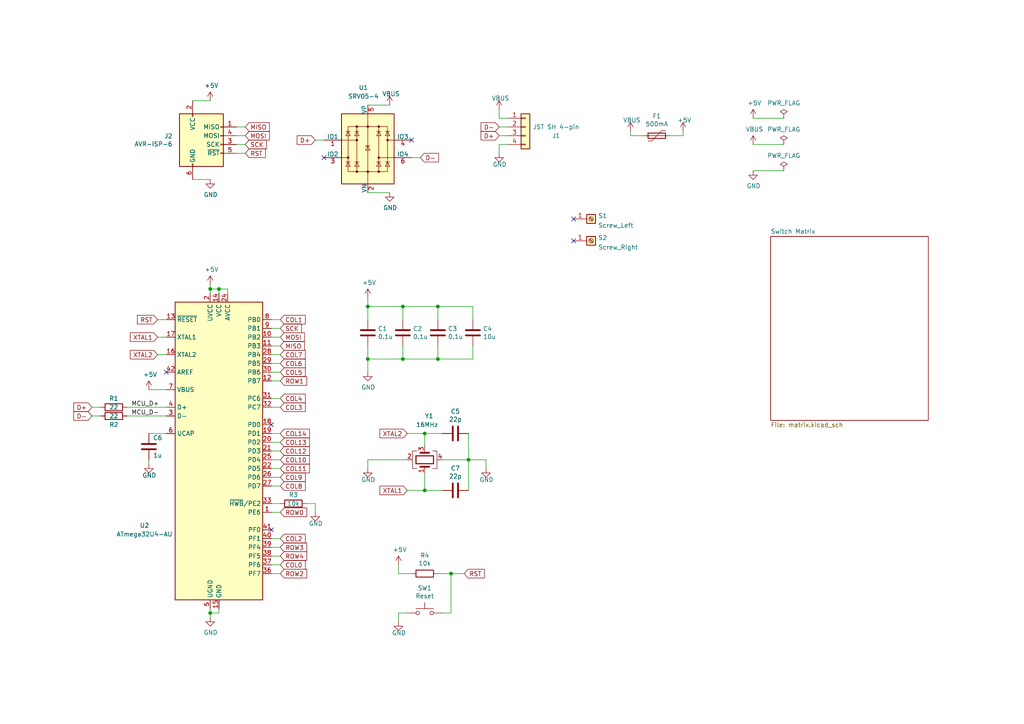
<source format=kicad_sch>
(kicad_sch (version 20210621) (generator eeschema)
  (paper "A4")
  (title_block (title "Bakeneko 60 V3") (date "2020-08-01") (rev "1") (comment 1 "Copyright © 2020 kkatano") (comment 2 "MIT License"))
  (lib_symbols
    (symbol "Connector:AVR-ISP-6" (pin_names (offset 1.016))
      (property "Reference" "J" (at 0 10.16 0))
      (property "Value" "Connector_AVR-ISP-6" (at 0 -7.62 0))
      (symbol "AVR-ISP-6_0_1"
        (rectangle (start -2.667 -5.588) (end -2.413 -6.35))
        (rectangle (start -2.667 8.89) (end -2.413 8.128))
        (rectangle (start 6.35 -2.413) (end 5.588 -2.667))
        (rectangle (start 6.35 0.127) (end 5.588 -0.127))
        (rectangle (start 6.35 2.667) (end 5.588 2.413))
        (rectangle (start 6.35 5.207) (end 5.588 4.953))
        (rectangle (start 6.35 8.89) (end -6.35 -6.35) (stroke (width 0.254)) (fill (type background)))
      )
      (symbol "AVR-ISP-6_1_1"
        (pin passive line (at 10.16 5.08 180) (length 3.81) (name "MISO") (number "1"))
        (pin power_in line (at -2.54 12.7 270) (length 3.81) (name "VCC") (number "2"))
        (pin passive line (at 10.16 0 180) (length 3.81) (name "SCK") (number "3"))
        (pin passive line (at 10.16 2.54 180) (length 3.81) (name "MOSI") (number "4"))
        (pin passive line (at 10.16 -2.54 180) (length 3.81) (name "~{RST}") (number "5"))
        (pin power_in line (at -2.54 -10.16 90) (length 3.81) (name "GND") (number "6"))
      )
    )
    (symbol "Connector:Screw_Terminal_01x01" (pin_names (offset 1.016) hide)
      (property "Reference" "J" (at 0 2.54 0))
      (property "Value" "Screw_Terminal_01x01" (at 0 -2.54 0))
      (symbol "Screw_Terminal_01x01_1_1"
        (rectangle (start -1.27 1.27) (end 1.27 -1.27) (stroke (width 0.254)) (fill (type background)))
        (polyline (pts (xy -0.5334 0.3302) (xy 0.3302 -0.508)) (stroke (width 0.1524)))
        (polyline (pts (xy -0.3556 0.508) (xy 0.508 -0.3302)) (stroke (width 0.1524)))
        (circle (center 0 0) (radius 0.635) (stroke (width 0.1524)))
        (pin passive line (at -5.08 0 0) (length 3.81) (name "Pin_1") (number "1"))
      )
    )
    (symbol "Connector_Generic:Conn_01x04" (pin_names (offset 1.016) hide)
      (property "Reference" "J" (at 0 5.08 0))
      (property "Value" "Connector_Generic_Conn_01x04" (at 0 -7.62 0))
      (symbol "Conn_01x04_1_1"
        (rectangle (start -1.27 -4.953) (end 0 -5.207) (stroke (width 0.1524)))
        (rectangle (start -1.27 -2.413) (end 0 -2.667) (stroke (width 0.1524)))
        (rectangle (start -1.27 0.127) (end 0 -0.127) (stroke (width 0.1524)))
        (rectangle (start -1.27 2.667) (end 0 2.413) (stroke (width 0.1524)))
        (rectangle (start -1.27 3.81) (end 1.27 -6.35) (stroke (width 0.254)) (fill (type background)))
        (pin passive line (at -5.08 2.54 0) (length 3.81) (name "Pin_1") (number "1"))
        (pin passive line (at -5.08 0 0) (length 3.81) (name "Pin_2") (number "2"))
        (pin passive line (at -5.08 -2.54 0) (length 3.81) (name "Pin_3") (number "3"))
        (pin passive line (at -5.08 -5.08 0) (length 3.81) (name "Pin_4") (number "4"))
      )
    )
    (symbol "Device:C" (pin_numbers hide) (pin_names (offset 0.254))
      (property "Reference" "C" (at 0.635 2.54 0))
      (property "Value" "Device_C" (at 0.635 -2.54 0))
      (symbol "C_0_1"
        (polyline (pts (xy -2.032 -0.762) (xy 2.032 -0.762)) (stroke (width 0.508)))
        (polyline (pts (xy -2.032 0.762) (xy 2.032 0.762)) (stroke (width 0.508)))
      )
      (symbol "C_1_1"
        (pin passive line (at 0 3.81 270) (length 2.794) (name "~") (number "1"))
        (pin passive line (at 0 -3.81 90) (length 2.794) (name "~") (number "2"))
      )
    )
    (symbol "Device:Crystal_GND24" (pin_names (offset 1.016) hide)
      (property "Reference" "Y" (at 3.175 5.08 0))
      (property "Value" "Device_Crystal_GND24" (at 3.175 3.175 0))
      (symbol "Crystal_GND24_0_1"
        (rectangle (start -1.143 2.54) (end 1.143 -2.54) (stroke (width 0.3048)))
        (polyline (pts (xy -2.54 0) (xy -2.032 0)))
        (polyline (pts (xy -2.032 -1.27) (xy -2.032 1.27)) (stroke (width 0.508)))
        (polyline (pts (xy 0 -3.81) (xy 0 -3.556)))
        (polyline (pts (xy 0 3.556) (xy 0 3.81)))
        (polyline (pts (xy 2.032 -1.27) (xy 2.032 1.27)) (stroke (width 0.508)))
        (polyline (pts (xy 2.032 0) (xy 2.54 0)))
        (polyline (pts (xy -2.54 -2.286) (xy -2.54 -3.556) (xy 2.54 -3.556) (xy 2.54 -2.286)))
        (polyline (pts (xy -2.54 2.286) (xy -2.54 3.556) (xy 2.54 3.556) (xy 2.54 2.286)))
      )
      (symbol "Crystal_GND24_1_1"
        (pin passive line (at -3.81 0 0) (length 1.27) (name "1") (number "1"))
        (pin passive line (at 0 5.08 270) (length 1.27) (name "2") (number "2"))
        (pin passive line (at 3.81 0 180) (length 1.27) (name "3") (number "3"))
        (pin passive line (at 0 -5.08 90) (length 1.27) (name "4") (number "4"))
      )
    )
    (symbol "Device:Polyfuse" (pin_numbers hide) (pin_names (offset 0))
      (property "Reference" "F" (at -2.54 0 90))
      (property "Value" "Device_Polyfuse" (at 2.54 0 90))
      (symbol "Polyfuse_0_1"
        (rectangle (start -0.762 2.54) (end 0.762 -2.54) (stroke (width 0.254)))
        (polyline (pts (xy 0 2.54) (xy 0 -2.54)))
        (polyline (pts (xy -1.524 2.54) (xy -1.524 1.524) (xy 1.524 -1.524) (xy 1.524 -2.54)))
      )
      (symbol "Polyfuse_1_1"
        (pin passive line (at 0 3.81 270) (length 1.27) (name "~") (number "1"))
        (pin passive line (at 0 -3.81 90) (length 1.27) (name "~") (number "2"))
      )
    )
    (symbol "Device:R" (pin_numbers hide) (pin_names (offset 0))
      (property "Reference" "R" (at 2.032 0 90))
      (property "Value" "Device_R" (at 0 0 90))
      (symbol "R_0_1"
        (rectangle (start -1.016 -2.54) (end 1.016 2.54) (stroke (width 0.254)))
      )
      (symbol "R_1_1"
        (pin passive line (at 0 3.81 270) (length 1.27) (name "~") (number "1"))
        (pin passive line (at 0 -3.81 90) (length 1.27) (name "~") (number "2"))
      )
    )
    (symbol "MCU_Microchip_ATmega:ATmega32U4-AU"
      (property "Reference" "U" (at -12.7 44.45 0))
      (property "Value" "MCU_Microchip_ATmega_ATmega32U4-AU" (at 2.54 -44.45 0))
      (symbol "ATmega32U4-AU_0_1"
        (rectangle (start -12.7 -43.18) (end 12.7 43.18) (stroke (width 0.254)) (fill (type background)))
      )
      (symbol "ATmega32U4-AU_1_1"
        (pin tri_state line (at 15.24 -17.78 180) (length 2.54) (name "PE6") (number "1"))
        (pin tri_state line (at 15.24 33.02 180) (length 2.54) (name "PB2") (number "10"))
        (pin tri_state line (at 15.24 30.48 180) (length 2.54) (name "PB3") (number "11"))
        (pin tri_state line (at 15.24 20.32 180) (length 2.54) (name "PB7") (number "12"))
        (pin input line (at -15.24 38.1 0) (length 2.54) (name "~{RESET}") (number "13"))
        (pin power_in line (at 0 45.72 270) (length 2.54) (name "VCC") (number "14"))
        (pin power_in line (at 0 -45.72 90) (length 2.54) (name "GND") (number "15"))
        (pin output line (at -15.24 27.94 0) (length 2.54) (name "XTAL2") (number "16"))
        (pin input line (at -15.24 33.02 0) (length 2.54) (name "XTAL1") (number "17"))
        (pin tri_state line (at 15.24 7.62 180) (length 2.54) (name "PD0") (number "18"))
        (pin tri_state line (at 15.24 5.08 180) (length 2.54) (name "PD1") (number "19"))
        (pin power_in line (at -2.54 45.72 270) (length 2.54) (name "UVCC") (number "2"))
        (pin tri_state line (at 15.24 2.54 180) (length 2.54) (name "PD2") (number "20"))
        (pin tri_state line (at 15.24 0 180) (length 2.54) (name "PD3") (number "21"))
        (pin tri_state line (at 15.24 -5.08 180) (length 2.54) (name "PD5") (number "22"))
        (pin passive line (at 0 -45.72 90) (length 2.54) hide (name "GND") (number "23"))
        (pin power_in line (at 2.54 45.72 270) (length 2.54) (name "AVCC") (number "24"))
        (pin tri_state line (at 15.24 -2.54 180) (length 2.54) (name "PD4") (number "25"))
        (pin tri_state line (at 15.24 -7.62 180) (length 2.54) (name "PD6") (number "26"))
        (pin tri_state line (at 15.24 -10.16 180) (length 2.54) (name "PD7") (number "27"))
        (pin tri_state line (at 15.24 27.94 180) (length 2.54) (name "PB4") (number "28"))
        (pin tri_state line (at 15.24 25.4 180) (length 2.54) (name "PB5") (number "29"))
        (pin bidirectional line (at -15.24 10.16 0) (length 2.54) (name "D-") (number "3"))
        (pin tri_state line (at 15.24 22.86 180) (length 2.54) (name "PB6") (number "30"))
        (pin tri_state line (at 15.24 15.24 180) (length 2.54) (name "PC6") (number "31"))
        (pin tri_state line (at 15.24 12.7 180) (length 2.54) (name "PC7") (number "32"))
        (pin tri_state line (at 15.24 -15.24 180) (length 2.54) (name "~{HWB}/PE2") (number "33"))
        (pin passive line (at 0 45.72 270) (length 2.54) hide (name "VCC") (number "34"))
        (pin passive line (at 0 -45.72 90) (length 2.54) hide (name "GND") (number "35"))
        (pin tri_state line (at 15.24 -35.56 180) (length 2.54) (name "PF7") (number "36"))
        (pin tri_state line (at 15.24 -33.02 180) (length 2.54) (name "PF6") (number "37"))
        (pin tri_state line (at 15.24 -30.48 180) (length 2.54) (name "PF5") (number "38"))
        (pin tri_state line (at 15.24 -27.94 180) (length 2.54) (name "PF4") (number "39"))
        (pin bidirectional line (at -15.24 12.7 0) (length 2.54) (name "D+") (number "4"))
        (pin tri_state line (at 15.24 -25.4 180) (length 2.54) (name "PF1") (number "40"))
        (pin tri_state line (at 15.24 -22.86 180) (length 2.54) (name "PF0") (number "41"))
        (pin passive line (at -15.24 22.86 0) (length 2.54) (name "AREF") (number "42"))
        (pin passive line (at 0 -45.72 90) (length 2.54) hide (name "GND") (number "43"))
        (pin passive line (at 2.54 45.72 270) (length 2.54) hide (name "AVCC") (number "44"))
        (pin passive line (at -2.54 -45.72 90) (length 2.54) (name "UGND") (number "5"))
        (pin passive line (at -15.24 5.08 0) (length 2.54) (name "UCAP") (number "6"))
        (pin input line (at -15.24 17.78 0) (length 2.54) (name "VBUS") (number "7"))
        (pin tri_state line (at 15.24 38.1 180) (length 2.54) (name "PB0") (number "8"))
        (pin tri_state line (at 15.24 35.56 180) (length 2.54) (name "PB1") (number "9"))
      )
    )
    (symbol "Power_Protection:SRV05-4" (pin_names (offset 0))
      (property "Reference" "U" (at -5.08 11.43 0))
      (property "Value" "Power_Protection_SRV05-4" (at 2.54 11.43 0))
      (symbol "SRV05-4_0_0"
        (rectangle (start -5.715 6.477) (end 5.715 -6.604))
        (polyline (pts (xy -3.175 -6.604) (xy -3.175 6.477)))
        (polyline (pts (xy 3.175 6.477) (xy 3.175 -6.604)))
      )
      (symbol "SRV05-4_0_1"
        (rectangle (start -7.62 10.16) (end 7.62 -10.16) (stroke (width 0.254)) (fill (type background)))
        (circle (center -5.715 -2.54) (radius 0.2794) (fill (type outline)))
        (circle (center -3.175 -6.604) (radius 0.2794) (fill (type outline)))
        (circle (center -3.175 2.54) (radius 0.2794) (fill (type outline)))
        (circle (center -3.175 6.477) (radius 0.2794) (fill (type outline)))
        (circle (center 0 -6.604) (radius 0.2794) (fill (type outline)))
        (polyline (pts (xy -7.747 2.54) (xy -3.175 2.54)))
        (polyline (pts (xy -7.62 -2.54) (xy -5.715 -2.54)))
        (polyline (pts (xy -5.08 -3.81) (xy -6.35 -3.81)))
        (polyline (pts (xy -5.08 5.08) (xy -6.35 5.08)))
        (polyline (pts (xy -2.54 -3.81) (xy -3.81 -3.81)))
        (polyline (pts (xy -2.54 5.08) (xy -3.81 5.08)))
        (polyline (pts (xy 0 10.16) (xy 0 -10.16)))
        (polyline (pts (xy 3.81 -3.81) (xy 2.54 -3.81)))
        (polyline (pts (xy 3.81 5.08) (xy 2.54 5.08)))
        (polyline (pts (xy 6.35 -3.81) (xy 5.08 -3.81)))
        (polyline (pts (xy 6.35 5.08) (xy 5.08 5.08)))
        (polyline (pts (xy 7.62 -2.54) (xy 3.175 -2.54)))
        (polyline (pts (xy 7.62 2.54) (xy 5.715 2.54)))
        (polyline (pts (xy 0.635 0.889) (xy -0.635 0.889) (xy -0.635 0.635)))
        (polyline (pts (xy -5.08 -5.08) (xy -6.35 -5.08) (xy -5.715 -3.81) (xy -5.08 -5.08)))
        (polyline (pts (xy -5.08 3.81) (xy -6.35 3.81) (xy -5.715 5.08) (xy -5.08 3.81)))
        (polyline (pts (xy -2.54 -5.08) (xy -3.81 -5.08) (xy -3.175 -3.81) (xy -2.54 -5.08)))
        (polyline (pts (xy -2.54 3.81) (xy -3.81 3.81) (xy -3.175 5.08) (xy -2.54 3.81)))
        (polyline (pts (xy 0.635 -0.381) (xy -0.635 -0.381) (xy 0 0.889) (xy 0.635 -0.381)))
        (polyline (pts (xy 3.81 -5.08) (xy 2.54 -5.08) (xy 3.175 -3.81) (xy 3.81 -5.08)))
        (polyline (pts (xy 3.81 3.81) (xy 2.54 3.81) (xy 3.175 5.08) (xy 3.81 3.81)))
        (polyline (pts (xy 6.35 -5.08) (xy 5.08 -5.08) (xy 5.715 -3.81) (xy 6.35 -5.08)))
        (polyline (pts (xy 6.35 3.81) (xy 5.08 3.81) (xy 5.715 5.08) (xy 6.35 3.81)))
        (circle (center 0 6.477) (radius 0.2794) (fill (type outline)))
        (circle (center 3.175 -6.604) (radius 0.2794) (fill (type outline)))
        (circle (center 3.175 -2.54) (radius 0.2794) (fill (type outline)))
        (circle (center 3.175 6.477) (radius 0.2794) (fill (type outline)))
        (circle (center 5.715 2.54) (radius 0.2794) (fill (type outline)))
      )
      (symbol "SRV05-4_1_1"
        (pin passive line (at -12.7 2.54 0) (length 5.08) (name "IO1") (number "1"))
        (pin passive line (at 0 -12.7 90) (length 2.54) (name "VN") (number "2"))
        (pin passive line (at -12.7 -2.54 0) (length 5.08) (name "IO2") (number "3"))
        (pin passive line (at 12.7 2.54 180) (length 5.08) (name "IO3") (number "4"))
        (pin passive line (at 0 12.7 270) (length 2.54) (name "VP") (number "5"))
        (pin passive line (at 12.7 -2.54 180) (length 5.08) (name "IO4") (number "6"))
      )
    )
    (symbol "Switch:SW_Push" (pin_numbers hide) (pin_names (offset 1.016) hide)
      (property "Reference" "SW" (at 1.27 2.54 0))
      (property "Value" "Switch_SW_Push" (at 0 -1.524 0))
      (symbol "SW_Push_0_1"
        (circle (center -2.032 0) (radius 0.508))
        (polyline (pts (xy 0 1.27) (xy 0 3.048)))
        (polyline (pts (xy 2.54 1.27) (xy -2.54 1.27)))
        (circle (center 2.032 0) (radius 0.508))
        (pin passive line (at -5.08 0 0) (length 2.54) (name "1") (number "1"))
        (pin passive line (at 5.08 0 180) (length 2.54) (name "2") (number "2"))
      )
    )
    (symbol "power:+5V" (power) (pin_names (offset 0))
      (property "Value" "power_+5V" (at 0 3.556 0))
      (symbol "+5V_0_1"
        (polyline (pts (xy -0.762 1.27) (xy 0 2.54)))
        (polyline (pts (xy 0 0) (xy 0 2.54)))
        (polyline (pts (xy 0 2.54) (xy 0.762 1.27)))
      )
      (symbol "+5V_1_1"
        (pin power_in line (at 0 0 90) (length 0) hide (name "+5V") (number "1"))
      )
    )
    (symbol "power:GND" (power) (pin_names (offset 0))
      (property "Value" "power_GND" (at 0 -3.81 0))
      (symbol "GND_0_1"
        (polyline (pts (xy 0 0) (xy 0 -1.27) (xy 1.27 -1.27) (xy 0 -2.54) (xy -1.27 -1.27) (xy 0 -1.27)))
      )
      (symbol "GND_1_1"
        (pin power_in line (at 0 0 270) (length 0) hide (name "GND") (number "1"))
      )
    )
    (symbol "power:PWR_FLAG" (power) (pin_numbers hide) (pin_names (offset 0) hide)
      (property "Value" "power_PWR_FLAG" (at 0 3.81 0))
      (symbol "PWR_FLAG_0_0"
        (pin power_out line (at 0 0 90) (length 0) (name "pwr") (number "1"))
      )
      (symbol "PWR_FLAG_0_1"
        (polyline (pts (xy 0 0) (xy 0 1.27) (xy -1.016 1.905) (xy 0 2.54) (xy 1.016 1.905) (xy 0 1.27)))
      )
    )
    (symbol "power:VBUS" (power) (pin_names (offset 0))
      (property "Value" "power_VBUS" (at 0 3.81 0))
      (symbol "VBUS_0_1"
        (polyline (pts (xy -0.762 1.27) (xy 0 2.54)))
        (polyline (pts (xy 0 0) (xy 0 2.54)))
        (polyline (pts (xy 0 2.54) (xy 0.762 1.27)))
      )
      (symbol "VBUS_1_1"
        (pin power_in line (at 0 0 90) (length 0) hide (name "VBUS") (number "1"))
      )
    )
  )
  (junction (at 60.96 177.8))
  (junction (at 135.89 133.35))
  (junction (at 123.19 142.24))
  (junction (at 130.81 166.37))
  (junction (at 127 88.9))
  (junction (at 106.68 88.9))
  (junction (at 127 104.14))
  (junction (at 116.84 104.14))
  (junction (at 106.68 104.14))
  (junction (at 63.5 83.82))
  (junction (at 123.19 125.73))
  (junction (at 60.96 83.82))
  (junction (at 116.84 88.9))
  (no_connect (at 78.74 153.67))
  (no_connect (at 48.26 107.95))
  (no_connect (at 119.38 40.64))
  (no_connect (at 166.37 69.85))
  (no_connect (at 166.37 63.5))
  (no_connect (at 78.74 123.19))
  (no_connect (at 93.98 45.72))
  (wire (pts (xy 91.44 146.05) (xy 91.44 148.59)))
  (wire (pts (xy 81.28 166.37) (xy 78.74 166.37)))
  (wire (pts (xy 88.9 146.05) (xy 91.44 146.05)))
  (wire (pts (xy 60.96 83.82) (xy 63.5 83.82)))
  (wire (pts (xy 127 100.33) (xy 127 104.14)))
  (wire (pts (xy 78.74 97.79) (xy 81.28 97.79)))
  (wire (pts (xy 115.57 163.83) (xy 115.57 166.37)))
  (wire (pts (xy 60.96 82.55) (xy 60.96 83.82)))
  (wire (pts (xy 115.57 166.37) (xy 119.38 166.37)))
  (wire (pts (xy 227.33 41.91) (xy 218.44 41.91)))
  (wire (pts (xy 78.74 107.95) (xy 81.28 107.95)))
  (wire (pts (xy 45.72 92.71) (xy 48.26 92.71)))
  (wire (pts (xy 123.19 125.73) (xy 128.27 125.73)))
  (wire (pts (xy 118.11 125.73) (xy 123.19 125.73)))
  (wire (pts (xy 106.68 133.35) (xy 118.11 133.35)))
  (wire (pts (xy 130.81 166.37) (xy 134.62 166.37)))
  (wire (pts (xy 116.84 100.33) (xy 116.84 104.14)))
  (wire (pts (xy 43.18 113.03) (xy 48.26 113.03)))
  (wire (pts (xy 60.96 179.07) (xy 60.96 177.8)))
  (wire (pts (xy 81.28 118.11) (xy 78.74 118.11)))
  (wire (pts (xy 198.12 38.1) (xy 198.12 39.37)))
  (wire (pts (xy 116.84 104.14) (xy 127 104.14)))
  (wire (pts (xy 78.74 161.29) (xy 81.28 161.29)))
  (wire (pts (xy 48.26 97.79) (xy 45.72 97.79)))
  (wire (pts (xy 144.78 31.75) (xy 144.78 34.29)))
  (wire (pts (xy 106.68 88.9) (xy 116.84 88.9)))
  (wire (pts (xy 81.28 100.33) (xy 78.74 100.33)))
  (wire (pts (xy 71.12 39.37) (xy 68.58 39.37)))
  (wire (pts (xy 71.12 44.45) (xy 68.58 44.45)))
  (wire (pts (xy 63.5 177.8) (xy 63.5 176.53)))
  (wire (pts (xy 68.58 36.83) (xy 71.12 36.83)))
  (wire (pts (xy 140.97 133.35) (xy 140.97 135.89)))
  (wire (pts (xy 137.16 104.14) (xy 137.16 100.33)))
  (wire (pts (xy 81.28 148.59) (xy 78.74 148.59)))
  (wire (pts (xy 81.28 138.43) (xy 78.74 138.43)))
  (wire (pts (xy 43.18 133.35) (xy 43.18 134.62)))
  (wire (pts (xy 127 166.37) (xy 130.81 166.37)))
  (wire (pts (xy 81.28 163.83) (xy 78.74 163.83)))
  (wire (pts (xy 81.28 110.49) (xy 78.74 110.49)))
  (wire (pts (xy 81.28 105.41) (xy 78.74 105.41)))
  (wire (pts (xy 115.57 180.34) (xy 115.57 177.8)))
  (wire (pts (xy 123.19 137.16) (xy 123.19 142.24)))
  (wire (pts (xy 123.19 142.24) (xy 128.27 142.24)))
  (wire (pts (xy 127 92.71) (xy 127 88.9)))
  (wire (pts (xy 198.12 39.37) (xy 194.31 39.37)))
  (wire (pts (xy 106.68 86.36) (xy 106.68 88.9)))
  (wire (pts (xy 106.68 104.14) (xy 106.68 107.95)))
  (wire (pts (xy 43.18 125.73) (xy 48.26 125.73)))
  (wire (pts (xy 78.74 102.87) (xy 81.28 102.87)))
  (wire (pts (xy 144.78 34.29) (xy 147.32 34.29)))
  (wire (pts (xy 55.88 52.07) (xy 60.96 52.07)))
  (wire (pts (xy 127 104.14) (xy 137.16 104.14)))
  (wire (pts (xy 118.11 142.24) (xy 123.19 142.24)))
  (wire (pts (xy 144.78 36.83) (xy 147.32 36.83)))
  (wire (pts (xy 218.44 49.53) (xy 227.33 49.53)))
  (wire (pts (xy 115.57 177.8) (xy 118.11 177.8)))
  (wire (pts (xy 123.19 129.54) (xy 123.19 125.73)))
  (wire (pts (xy 78.74 125.73) (xy 81.28 125.73)))
  (wire (pts (xy 106.68 100.33) (xy 106.68 104.14)))
  (wire (pts (xy 147.32 39.37) (xy 144.78 39.37)))
  (wire (pts (xy 116.84 92.71) (xy 116.84 88.9)))
  (wire (pts (xy 137.16 92.71) (xy 137.16 88.9)))
  (wire (pts (xy 135.89 133.35) (xy 135.89 142.24)))
  (wire (pts (xy 128.27 133.35) (xy 135.89 133.35)))
  (wire (pts (xy 60.96 29.21) (xy 55.88 29.21)))
  (wire (pts (xy 66.04 83.82) (xy 66.04 85.09)))
  (wire (pts (xy 135.89 133.35) (xy 140.97 133.35)))
  (wire (pts (xy 78.74 130.81) (xy 81.28 130.81)))
  (wire (pts (xy 91.44 40.64) (xy 93.98 40.64)))
  (wire (pts (xy 68.58 41.91) (xy 71.12 41.91)))
  (wire (pts (xy 60.96 177.8) (xy 63.5 177.8)))
  (wire (pts (xy 81.28 133.35) (xy 78.74 133.35)))
  (wire (pts (xy 78.74 92.71) (xy 81.28 92.71)))
  (wire (pts (xy 81.28 158.75) (xy 78.74 158.75)))
  (wire (pts (xy 106.68 133.35) (xy 106.68 135.89)))
  (wire (pts (xy 60.96 83.82) (xy 60.96 85.09)))
  (wire (pts (xy 63.5 83.82) (xy 66.04 83.82)))
  (wire (pts (xy 81.28 95.25) (xy 78.74 95.25)))
  (wire (pts (xy 106.68 88.9) (xy 106.68 92.71)))
  (wire (pts (xy 121.92 45.72) (xy 119.38 45.72)))
  (wire (pts (xy 227.33 34.29) (xy 218.44 34.29)))
  (wire (pts (xy 113.03 30.48) (xy 106.68 30.48)))
  (wire (pts (xy 106.68 104.14) (xy 116.84 104.14)))
  (wire (pts (xy 130.81 177.8) (xy 128.27 177.8)))
  (wire (pts (xy 78.74 135.89) (xy 81.28 135.89)))
  (wire (pts (xy 63.5 83.82) (xy 63.5 85.09)))
  (wire (pts (xy 135.89 125.73) (xy 135.89 133.35)))
  (wire (pts (xy 182.88 39.37) (xy 186.69 39.37)))
  (wire (pts (xy 137.16 88.9) (xy 127 88.9)))
  (wire (pts (xy 130.81 166.37) (xy 130.81 177.8)))
  (wire (pts (xy 78.74 140.97) (xy 81.28 140.97)))
  (wire (pts (xy 60.96 177.8) (xy 60.96 176.53)))
  (wire (pts (xy 81.28 128.27) (xy 78.74 128.27)))
  (wire (pts (xy 26.67 120.65) (xy 29.21 120.65)))
  (wire (pts (xy 36.83 118.11) (xy 48.26 118.11)))
  (wire (pts (xy 144.78 44.45) (xy 144.78 41.91)))
  (wire (pts (xy 26.67 118.11) (xy 29.21 118.11)))
  (wire (pts (xy 36.83 120.65) (xy 48.26 120.65)))
  (wire (pts (xy 81.28 146.05) (xy 78.74 146.05)))
  (wire (pts (xy 182.88 38.1) (xy 182.88 39.37)))
  (wire (pts (xy 78.74 156.21) (xy 81.28 156.21)))
  (wire (pts (xy 45.72 102.87) (xy 48.26 102.87)))
  (wire (pts (xy 78.74 115.57) (xy 81.28 115.57)))
  (wire (pts (xy 144.78 41.91) (xy 147.32 41.91)))
  (wire (pts (xy 106.68 55.88) (xy 113.03 55.88)))
  (wire (pts (xy 116.84 88.9) (xy 127 88.9)))
  (label "MCU_D+" (at 38.1 118.11 0))
  (label "MCU_D-" (at 38.1 120.65 0))
  (global_label "COL10" (shape input) (at 81.28 133.35 0) (property "Intersheet References" "${INTERSHEET_REFS}" (effects hide)))
  (global_label "COL11" (shape input) (at 81.28 135.89 0) (property "Intersheet References" "${INTERSHEET_REFS}" (effects hide)))
  (global_label "D-" (shape input) (at 144.78 36.83 180) (property "Intersheet References" "${INTERSHEET_REFS}" (effects hide)))
  (global_label "ROW4" (shape input) (at 81.28 161.29 0) (property "Intersheet References" "${INTERSHEET_REFS}" (effects hide)))
  (global_label "ROW0" (shape input) (at 81.28 148.59 0) (property "Intersheet References" "${INTERSHEET_REFS}" (effects hide)))
  (global_label "RST" (shape input) (at 45.72 92.71 180) (property "Intersheet References" "${INTERSHEET_REFS}" (effects hide)))
  (global_label "COL4" (shape input) (at 81.28 115.57 0) (property "Intersheet References" "${INTERSHEET_REFS}" (effects hide)))
  (global_label "ROW1" (shape input) (at 81.28 110.49 0) (property "Intersheet References" "${INTERSHEET_REFS}" (effects hide)))
  (global_label "RST" (shape input) (at 71.12 44.45 0) (property "Intersheet References" "${INTERSHEET_REFS}" (effects hide)))
  (global_label "COL13" (shape input) (at 81.28 128.27 0) (property "Intersheet References" "${INTERSHEET_REFS}" (effects hide)))
  (global_label "COL14" (shape input) (at 81.28 125.73 0) (property "Intersheet References" "${INTERSHEET_REFS}" (effects hide)))
  (global_label "MOSI" (shape input) (at 71.12 39.37 0) (property "Intersheet References" "${INTERSHEET_REFS}" (effects hide)))
  (global_label "COL12" (shape input) (at 81.28 130.81 0) (property "Intersheet References" "${INTERSHEET_REFS}" (effects hide)))
  (global_label "COL2" (shape input) (at 81.28 156.21 0) (property "Intersheet References" "${INTERSHEET_REFS}" (effects hide)))
  (global_label "D+" (shape input) (at 144.78 39.37 180) (property "Intersheet References" "${INTERSHEET_REFS}" (effects hide)))
  (global_label "COL9" (shape input) (at 81.28 138.43 0) (property "Intersheet References" "${INTERSHEET_REFS}" (effects hide)))
  (global_label "ROW2" (shape input) (at 81.28 166.37 0) (property "Intersheet References" "${INTERSHEET_REFS}" (effects hide)))
  (global_label "MISO" (shape input) (at 71.12 36.83 0) (property "Intersheet References" "${INTERSHEET_REFS}" (effects hide)))
  (global_label "COL6" (shape input) (at 81.28 105.41 0) (property "Intersheet References" "${INTERSHEET_REFS}" (effects hide)))
  (global_label "COL1" (shape input) (at 81.28 92.71 0) (property "Intersheet References" "${INTERSHEET_REFS}" (effects hide)))
  (global_label "COL3" (shape input) (at 81.28 118.11 0) (property "Intersheet References" "${INTERSHEET_REFS}" (effects hide)))
  (global_label "COL5" (shape input) (at 81.28 107.95 0) (property "Intersheet References" "${INTERSHEET_REFS}" (effects hide)))
  (global_label "XTAL2" (shape input) (at 45.72 102.87 180) (property "Intersheet References" "${INTERSHEET_REFS}" (effects hide)))
  (global_label "RST" (shape input) (at 134.62 166.37 0) (property "Intersheet References" "${INTERSHEET_REFS}" (effects hide)))
  (global_label "XTAL1" (shape input) (at 45.72 97.79 180) (property "Intersheet References" "${INTERSHEET_REFS}" (effects hide)))
  (global_label "D+" (shape input) (at 91.44 40.64 180) (property "Intersheet References" "${INTERSHEET_REFS}" (effects hide)))
  (global_label "COL8" (shape input) (at 81.28 140.97 0) (property "Intersheet References" "${INTERSHEET_REFS}" (effects hide)))
  (global_label "SCK" (shape input) (at 71.12 41.91 0) (property "Intersheet References" "${INTERSHEET_REFS}" (effects hide)))
  (global_label "ROW3" (shape input) (at 81.28 158.75 0) (property "Intersheet References" "${INTERSHEET_REFS}" (effects hide)))
  (global_label "D-" (shape input) (at 26.67 120.65 180) (property "Intersheet References" "${INTERSHEET_REFS}" (effects hide)))
  (global_label "MOSI" (shape input) (at 81.28 97.79 0) (property "Intersheet References" "${INTERSHEET_REFS}" (effects hide)))
  (global_label "COL0" (shape input) (at 81.28 163.83 0) (property "Intersheet References" "${INTERSHEET_REFS}" (effects hide)))
  (global_label "COL7" (shape input) (at 81.28 102.87 0) (property "Intersheet References" "${INTERSHEET_REFS}" (effects hide)))
  (global_label "SCK" (shape input) (at 81.28 95.25 0) (property "Intersheet References" "${INTERSHEET_REFS}" (effects hide)))
  (global_label "D-" (shape input) (at 121.92 45.72 0) (property "Intersheet References" "${INTERSHEET_REFS}" (effects hide)))
  (global_label "XTAL1" (shape input) (at 118.11 142.24 180) (property "Intersheet References" "${INTERSHEET_REFS}" (effects hide)))
  (global_label "MISO" (shape input) (at 81.28 100.33 0) (property "Intersheet References" "${INTERSHEET_REFS}" (effects hide)))
  (global_label "XTAL2" (shape input) (at 118.11 125.73 180) (property "Intersheet References" "${INTERSHEET_REFS}" (effects hide)))
  (global_label "D+" (shape input) (at 26.67 118.11 180) (property "Intersheet References" "${INTERSHEET_REFS}" (effects hide)))
  (symbol (lib_id "power:PWR_FLAG") (at 227.33 34.29 0) (unit 1)
    (property "Reference" "#FLG01" (effects hide))
    (property "Value" "PWR_FLAG" (at 227.33 29.8958 0))
  )
  (symbol (lib_id "power:PWR_FLAG") (at 227.33 41.91 0) (unit 1)
    (property "Reference" "#FLG02" (effects hide))
    (property "Value" "PWR_FLAG" (at 227.33 37.5158 0))
  )
  (symbol (lib_id "power:PWR_FLAG") (at 227.33 49.53 0) (unit 1)
    (property "Reference" "#FLG03" (effects hide))
    (property "Value" "PWR_FLAG" (at 227.33 45.1358 0))
  )
  (symbol (lib_id "power:GND") (at 218.44 49.53 0) (unit 1)
    (property "Reference" "#PWR06" (effects hide))
    (property "Value" "GND" (at 218.567 53.9242 0))
  )
  (symbol (lib_id "power:GND") (at 106.68 107.95 0) (unit 1)
    (property "Reference" "#PWR014" (effects hide))
    (property "Value" "GND" (at 106.807 112.3442 0))
  )
  (symbol (lib_id "Device:C") (at 106.68 96.52 0) (unit 1)
    (property "Reference" "C1" (at 109.601 95.3516 0) (effects (justify left)))
    (property "Value" "0.1u" (at 109.601 97.663 0) (effects (justify left)))
    (property "Footprint" "Capacitor_SMD:C_0805_2012Metric" (effects hide))
    (property "LCSC Part #" "C49678" (effects hide))
  )
  (symbol (lib_id "Device:C") (at 116.84 96.52 0) (unit 1)
    (property "Reference" "C2" (at 119.761 95.3516 0) (effects (justify left)))
    (property "Value" "0.1u" (at 119.761 97.663 0) (effects (justify left)))
    (property "Footprint" "Capacitor_SMD:C_0805_2012Metric" (effects hide))
    (property "LCSC Part #" "C49678" (effects hide))
  )
  (symbol (lib_id "Device:C") (at 127 96.52 0) (unit 1)
    (property "Reference" "C3" (at 129.921 95.3516 0) (effects (justify left)))
    (property "Value" "0.1u" (at 129.921 97.663 0) (effects (justify left)))
    (property "Footprint" "Capacitor_SMD:C_0805_2012Metric" (effects hide))
    (property "LCSC Part #" "C49678" (effects hide))
  )
  (symbol (lib_id "Device:C") (at 137.16 96.52 0) (unit 1)
    (property "Reference" "C4" (at 140.081 95.3516 0) (effects (justify left)))
    (property "Value" "10u" (at 140.081 97.663 0) (effects (justify left)))
    (property "Footprint" "Capacitor_SMD:C_0805_2012Metric" (effects hide))
    (property "LCSC Part #" "C15850" (effects hide))
  )
  (symbol (lib_id "Device:Polyfuse") (at 190.5 39.37 270) (unit 1)
    (property "Reference" "F1" (at 190.5 33.655 90))
    (property "Value" "500mA" (at 190.5 35.9664 90))
    (property "Footprint" "Fuse:Fuse_1206_3216Metric" (effects hide))
    (property "LCSC Part #" "C70076" (effects hide))
  )
  (symbol (lib_id "Connector_Generic:Conn_01x04") (at 152.4 36.83 0) (unit 1)
    (property "Reference" "J1" (at 161.29 39.37 0))
    (property "Value" "JST SH 4-pin" (at 161.29 36.83 0))
    (property "Footprint" "Connector_JST:JST_SH_SM04B-SRSS-TB_1x04-1MP_P1.00mm_Horizontal" (effects hide))
    (property "LCSC Part #" "C160404" (effects hide))
  )
  (symbol (lib_id "power:GND") (at 144.78 44.45 0) (unit 1)
    (property "Reference" "#PWR07" (effects hide))
    (property "Value" "GND" (at 144.907 47.7012 0))
  )
  (symbol (lib_id "Device:R") (at 33.02 118.11 270) (unit 1)
    (property "Reference" "R1" (at 33.02 115.57 90))
    (property "Value" "22" (at 33.02 118.11 90))
    (property "Footprint" "Resistor_SMD:R_0805_2012Metric" (effects hide))
    (property "LCSC Part #" "C17561" (effects hide))
  )
  (symbol (lib_id "Device:R") (at 33.02 120.65 270) (unit 1)
    (property "Reference" "R2" (at 33.02 123.19 90))
    (property "Value" "22" (at 33.02 120.65 90))
    (property "Footprint" "Resistor_SMD:R_0805_2012Metric" (effects hide))
    (property "LCSC Part #" "C17561" (effects hide))
  )
  (symbol (lib_id "MCU_Microchip_ATmega:ATmega32U4-AU") (at 63.5 130.81 0) (unit 1)
    (property "Reference" "U2" (at 41.91 152.4 0))
    (property "Value" "ATmega32U4-AU" (at 41.91 154.94 0))
    (property "Footprint" "Package_QFP:TQFP-44_10x10mm_P0.8mm" (effects hide))
    (property "Datasheet" "http://ww1.microchip.com/downloads/en/DeviceDoc/Atmel-7766-8-bit-AVR-ATmega16U4-32U4_Datasheet.pdf" (effects hide))
    (property "LCSC Part #" "C44854" (effects hide))
  )
  (symbol (lib_id "power:VBUS") (at 144.78 31.75 0) (unit 1)
    (property "Reference" "#PWR03" (effects hide))
    (property "Value" "VBUS" (at 145.161 28.4988 0))
  )
  (symbol (lib_id "power:VBUS") (at 218.44 41.91 0) (unit 1)
    (property "Reference" "#PWR05" (effects hide))
    (property "Value" "VBUS" (at 218.821 37.5158 0))
  )
  (symbol (lib_id "power:VBUS") (at 182.88 38.1 0) (unit 1)
    (property "Reference" "#PWR010" (effects hide))
    (property "Value" "VBUS" (at 183.261 34.8742 0))
  )
  (symbol (lib_id "Switch:SW_Push") (at 123.19 177.8 0) (unit 1)
    (property "Reference" "SW1" (at 123.19 170.561 0))
    (property "Value" "Reset" (at 123.19 172.8724 0))
    (property "Footprint" "Button_Switch_SMD:SW_SPST_TL3342" (effects hide))
    (property "LCSC Part #" "C318884" (effects hide))
  )
  (symbol (lib_id "power:GND") (at 115.57 180.34 0) (unit 1)
    (property "Reference" "#PWR020" (effects hide))
    (property "Value" "GND" (at 115.697 183.5912 0))
  )
  (symbol (lib_id "Device:R") (at 123.19 166.37 270) (unit 1)
    (property "Reference" "R4" (at 123.19 161.1122 90))
    (property "Value" "10k" (at 123.19 163.4236 90))
    (property "Footprint" "Resistor_SMD:R_0805_2012Metric" (effects hide))
    (property "LCSC Part #" "C17414" (effects hide))
  )
  (symbol (lib_id "Device:C") (at 43.18 129.54 0) (unit 1)
    (property "Reference" "C6" (at 45.72 127 0))
    (property "Value" "1u" (at 45.72 132.08 0))
    (property "Footprint" "Capacitor_SMD:C_0805_2012Metric" (effects hide))
    (property "LCSC Part #" "C28323" (effects hide))
  )
  (symbol (lib_id "power:GND") (at 43.18 134.62 0) (unit 1)
    (property "Reference" "#PWR016" (effects hide))
    (property "Value" "GND" (at 43.307 137.8712 0))
  )
  (symbol (lib_id "power:GND") (at 60.96 179.07 0) (unit 1)
    (property "Reference" "#PWR022" (effects hide))
    (property "Value" "GND" (at 61.087 183.4642 0))
  )
  (symbol (lib_id "Device:R") (at 85.09 146.05 270) (unit 1)
    (property "Reference" "R3" (at 85.09 143.51 90))
    (property "Value" "10k" (at 85.09 146.05 90))
    (property "Footprint" "Resistor_SMD:R_0805_2012Metric" (effects hide))
    (property "LCSC Part #" "C17414" (effects hide))
  )
  (symbol (lib_id "power:GND") (at 91.44 148.59 0) (unit 1)
    (property "Reference" "#PWR019" (effects hide))
    (property "Value" "GND" (at 91.567 151.8412 0))
  )
  (symbol (lib_id "Device:Crystal_GND24") (at 123.19 133.35 90) (unit 1)
    (property "Reference" "Y1" (at 123.19 120.65 90) (effects (justify right)))
    (property "Value" "16MHz" (at 120.65 123.19 90) (effects (justify right)))
    (property "Footprint" "Crystal:Crystal_SMD_3225-4Pin_3.2x2.5mm" (effects hide))
    (property "LCSC Part #" "C13738" (effects hide))
  )
  (symbol (lib_id "power:GND") (at 106.68 135.89 0) (unit 1)
    (property "Reference" "#PWR017" (effects hide))
    (property "Value" "GND" (at 106.807 139.1412 0))
  )
  (symbol (lib_id "power:GND") (at 140.97 135.89 0) (unit 1)
    (property "Reference" "#PWR018" (effects hide))
    (property "Value" "GND" (at 141.097 139.1412 0))
  )
  (symbol (lib_id "Device:C") (at 132.08 125.73 270) (unit 1)
    (property "Reference" "C5" (at 132.08 119.3292 90))
    (property "Value" "22p" (at 132.08 121.6406 90))
    (property "Footprint" "Capacitor_SMD:C_0805_2012Metric" (effects hide))
    (property "LCSC Part #" "C1804" (effects hide))
  )
  (symbol (lib_id "Device:C") (at 132.08 142.24 270) (unit 1)
    (property "Reference" "C7" (at 132.08 135.8392 90))
    (property "Value" "22p" (at 132.08 138.1506 90))
    (property "Footprint" "Capacitor_SMD:C_0805_2012Metric" (effects hide))
    (property "LCSC Part #" "C1804" (effects hide))
  )
  (symbol (lib_id "power:+5V") (at 218.44 34.29 0) (unit 1)
    (property "Reference" "#PWR04" (effects hide))
    (property "Value" "+5V" (at 218.821 29.8958 0))
  )
  (symbol (lib_id "power:+5V") (at 106.68 86.36 0) (unit 1)
    (property "Reference" "#PWR012" (effects hide))
    (property "Value" "+5V" (at 107.061 81.9658 0))
  )
  (symbol (lib_id "power:+5V") (at 198.12 38.1 0) (unit 1)
    (property "Reference" "#PWR011" (effects hide))
    (property "Value" "+5V" (at 198.501 34.8488 0))
  )
  (symbol (lib_id "power:+5V") (at 60.96 29.21 0) (unit 1)
    (property "Reference" "#PWR01" (effects hide))
    (property "Value" "+5V" (at 61.341 24.8158 0))
  )
  (symbol (lib_id "power:+5V") (at 115.57 163.83 0) (unit 1)
    (property "Reference" "#PWR021" (effects hide))
    (property "Value" "+5V" (at 115.951 159.4358 0))
  )
  (symbol (lib_id "power:+5V") (at 60.96 82.55 0) (unit 1)
    (property "Reference" "#PWR013" (effects hide))
    (property "Value" "+5V" (at 61.341 78.1558 0))
  )
  (symbol (lib_id "Connector:AVR-ISP-6") (at 58.42 41.91 0) (unit 1)
    (property "Reference" "J2" (at 50.0634 39.4716 0) (effects (justify right)))
    (property "Value" "AVR-ISP-6" (at 50.0634 41.783 0) (effects (justify right)))
    (property "Footprint" "random-keyboard-parts:Reset_Pretty" (effects hide))
    (property "Datasheet" " ~" (effects hide))
  )
  (symbol (lib_id "power:GND") (at 60.96 52.07 0) (unit 1)
    (property "Reference" "#PWR08" (effects hide))
    (property "Value" "GND" (at 61.087 56.4642 0))
  )
  (symbol (lib_id "power:+5V") (at 43.18 113.03 0) (unit 1)
    (property "Reference" "#PWR015" (effects hide))
    (property "Value" "+5V" (at 43.561 108.6358 0))
  )
  (symbol (lib_id "Power_Protection:SRV05-4") (at 106.68 43.18 0) (unit 1)
    (property "Reference" "U1" (at 105.41 25.4 0))
    (property "Value" "SRV05-4" (at 105.41 27.94 0))
    (property "Footprint" "Package_TO_SOT_SMD:SOT-23-6" (effects hide))
    (property "Datasheet" "http://www.onsemi.com/pub/Collateral/SRV05-4-D.PDF" (effects hide))
    (property "LCSC Part #" "C85364" (effects hide))
  )
  (symbol (lib_id "power:GND") (at 113.03 55.88 0) (unit 1)
    (property "Reference" "#PWR0101" (effects hide))
    (property "Value" "GND" (at 113.157 60.2742 0))
  )
  (symbol (lib_id "power:VBUS") (at 113.03 30.48 0) (unit 1)
    (property "Reference" "#PWR0102" (effects hide))
    (property "Value" "VBUS" (at 113.411 27.2288 0))
  )
  (symbol (lib_id "Connector:Screw_Terminal_01x01") (at 171.45 63.5 0) (unit 1)
    (property "Reference" "S1" (at 173.482 62.5915 0) (effects (justify left)))
    (property "Value" "Screw_Left" (at 173.482 65.3666 0) (effects (justify left)))
    (property "Footprint" "Type-C:10x5_7x2.5mm" (effects hide))
  )
  (symbol (lib_id "Connector:Screw_Terminal_01x01") (at 171.45 69.85 0) (unit 1)
    (property "Reference" "S2" (at 173.482 68.9415 0) (effects (justify left)))
    (property "Value" "Screw_Right" (at 173.482 71.7166 0) (effects (justify left)))
    (property "Footprint" "Type-C:10x5_7x2.5mm" (effects hide))
  )
  (sheet (at 223.52 68.58) (size 45.72 53.34)
    (property "Sheet name" "Switch Matrix" (at 223.52 67.8684 0) (effects (justify left bottom)))
    (property "Sheet file" "matrix.kicad_sch" (at 223.52 122.5046 0) (effects (justify left top)))
  )
)
</source>
